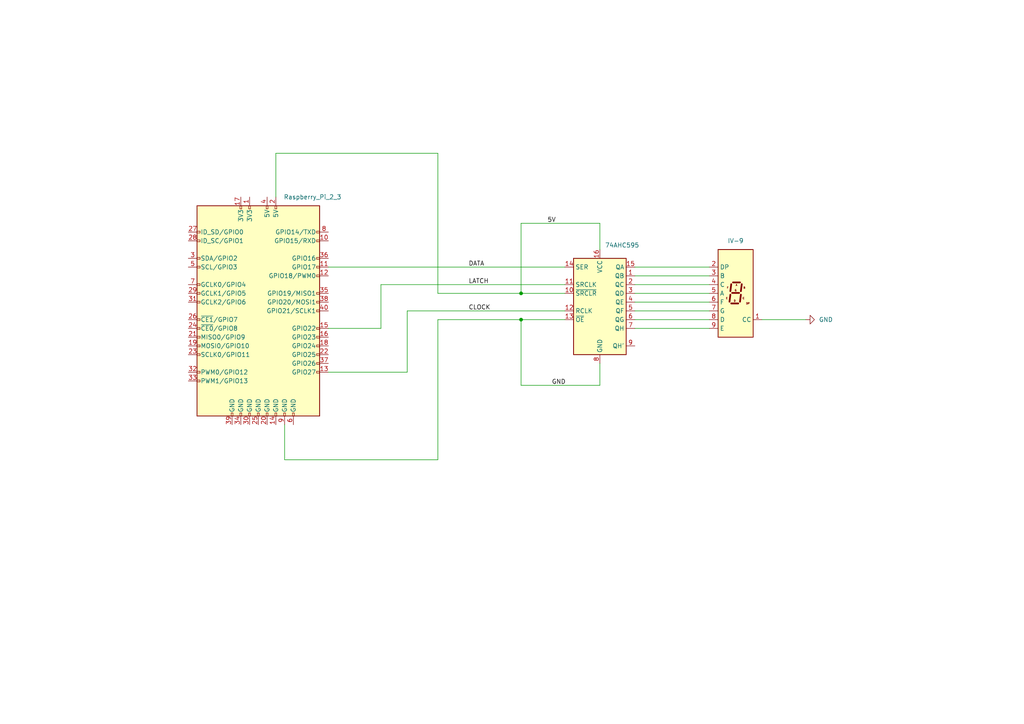
<source format=kicad_sch>
(kicad_sch (version 20230121) (generator eeschema)
  (paper "A4")
  (lib_symbols
    (symbol "74xx:74AHC595"
      (property "Reference" "U" (at -7.62 13.97 0))
      (property "Value" "74AHC595" (at -7.62 -16.51 0))
      (symbol "74AHC595_1_0"
        (pin tri_state line (at 10.16 7.62 180) (length 2.54) (name "QB") (number "1"))
        (pin input line (at -10.16 2.54 0) (length 2.54) (name "~{SRCLR}") (number "10"))
        (pin input line (at -10.16 5.08 0) (length 2.54) (name "SRCLK") (number "11"))
        (pin input line (at -10.16 -2.54 0) (length 2.54) (name "RCLK") (number "12"))
        (pin input line (at -10.16 -5.08 0) (length 2.54) (name "~{OE}") (number "13"))
        (pin input line (at -10.16 10.16 0) (length 2.54) (name "SER") (number "14"))
        (pin tri_state line (at 10.16 10.16 180) (length 2.54) (name "QA") (number "15"))
        (pin power_in line (at 0 15.24 270) (length 2.54) (name "VCC") (number "16"))
        (pin tri_state line (at 10.16 5.08 180) (length 2.54) (name "QC") (number "2"))
        (pin tri_state line (at 10.16 2.54 180) (length 2.54) (name "QD") (number "3"))
        (pin tri_state line (at 10.16 0 180) (length 2.54) (name "QE") (number "4"))
        (pin tri_state line (at 10.16 -2.54 180) (length 2.54) (name "QF") (number "5"))
        (pin tri_state line (at 10.16 -5.08 180) (length 2.54) (name "QG") (number "6"))
        (pin tri_state line (at 10.16 -7.62 180) (length 2.54) (name "QH") (number "7"))
        (pin power_in line (at 0 -17.78 90) (length 2.54) (name "GND") (number "8"))
        (pin output line (at 10.16 -12.7 180) (length 2.54) (name "QH'") (number "9"))
      )
      (symbol "74AHC595_1_1"
        (rectangle (start -7.62 12.7) (end 7.62 -15.24) (stroke (width 0.254)) (fill (type background)))
      )
    )
    (symbol "Connector:Raspberry_Pi_2_3" (pin_names (offset 1.016))
      (property "Reference" "J" (at -17.78 31.75 0))
      (property "Value" "Raspberry_Pi_2_3" (at 10.16 -31.75 0))
      (symbol "Raspberry_Pi_2_3_0_1"
        (rectangle (start -17.78 30.48) (end 17.78 -30.48) (stroke (width 0.254)) (fill (type background)))
      )
      (symbol "Raspberry_Pi_2_3_1_1"
        (rectangle (start -16.891 -17.526) (end -17.78 -18.034))
        (rectangle (start -16.891 -14.986) (end -17.78 -15.494))
        (rectangle (start -16.891 -12.446) (end -17.78 -12.954))
        (rectangle (start -16.891 -9.906) (end -17.78 -10.414))
        (rectangle (start -16.891 -7.366) (end -17.78 -7.874))
        (rectangle (start -16.891 -4.826) (end -17.78 -5.334))
        (rectangle (start -16.891 0.254) (end -17.78 -0.254))
        (rectangle (start -16.891 2.794) (end -17.78 2.286))
        (rectangle (start -16.891 5.334) (end -17.78 4.826))
        (rectangle (start -16.891 10.414) (end -17.78 9.906))
        (rectangle (start -16.891 12.954) (end -17.78 12.446))
        (rectangle (start -16.891 15.494) (end -17.78 14.986))
        (rectangle (start -16.891 20.574) (end -17.78 20.066))
        (rectangle (start -16.891 23.114) (end -17.78 22.606))
        (rectangle (start -10.414 -29.591) (end -9.906 -30.48))
        (rectangle (start -7.874 -29.591) (end -7.366 -30.48))
        (rectangle (start -5.334 -29.591) (end -4.826 -30.48))
        (rectangle (start -5.334 30.48) (end -4.826 29.591))
        (rectangle (start -2.794 -29.591) (end -2.286 -30.48))
        (rectangle (start -2.794 30.48) (end -2.286 29.591))
        (rectangle (start -0.254 -29.591) (end 0.254 -30.48))
        (rectangle (start 2.286 -29.591) (end 2.794 -30.48))
        (rectangle (start 2.286 30.48) (end 2.794 29.591))
        (rectangle (start 4.826 -29.591) (end 5.334 -30.48))
        (rectangle (start 4.826 30.48) (end 5.334 29.591))
        (rectangle (start 7.366 -29.591) (end 7.874 -30.48))
        (rectangle (start 17.78 -20.066) (end 16.891 -20.574))
        (rectangle (start 17.78 -17.526) (end 16.891 -18.034))
        (rectangle (start 17.78 -12.446) (end 16.891 -12.954))
        (rectangle (start 17.78 -9.906) (end 16.891 -10.414))
        (rectangle (start 17.78 -7.366) (end 16.891 -7.874))
        (rectangle (start 17.78 -4.826) (end 16.891 -5.334))
        (rectangle (start 17.78 -2.286) (end 16.891 -2.794))
        (rectangle (start 17.78 2.794) (end 16.891 2.286))
        (rectangle (start 17.78 5.334) (end 16.891 4.826))
        (rectangle (start 17.78 7.874) (end 16.891 7.366))
        (rectangle (start 17.78 12.954) (end 16.891 12.446))
        (rectangle (start 17.78 15.494) (end 16.891 14.986))
        (rectangle (start 17.78 20.574) (end 16.891 20.066))
        (rectangle (start 17.78 23.114) (end 16.891 22.606))
        (pin power_in line (at 2.54 33.02 270) (length 2.54) (name "3V3") (number "1"))
        (pin bidirectional line (at -20.32 20.32 0) (length 2.54) (name "GPIO15/RXD") (number "10"))
        (pin bidirectional line (at -20.32 12.7 0) (length 2.54) (name "GPIO17") (number "11"))
        (pin bidirectional line (at -20.32 10.16 0) (length 2.54) (name "GPIO18/PWM0") (number "12"))
        (pin bidirectional line (at -20.32 -17.78 0) (length 2.54) (name "GPIO27") (number "13"))
        (pin power_in line (at -5.08 -33.02 90) (length 2.54) (name "GND") (number "14"))
        (pin bidirectional line (at -20.32 -5.08 0) (length 2.54) (name "GPIO22") (number "15"))
        (pin bidirectional line (at -20.32 -7.62 0) (length 2.54) (name "GPIO23") (number "16"))
        (pin power_in line (at 5.08 33.02 270) (length 2.54) (name "3V3") (number "17"))
        (pin bidirectional line (at -20.32 -10.16 0) (length 2.54) (name "GPIO24") (number "18"))
        (pin bidirectional line (at 20.32 -10.16 180) (length 2.54) (name "MOSI0/GPIO10") (number "19"))
        (pin power_in line (at -5.08 33.02 270) (length 2.54) (name "5V") (number "2"))
        (pin power_in line (at -2.54 -33.02 90) (length 2.54) (name "GND") (number "20"))
        (pin bidirectional line (at 20.32 -7.62 180) (length 2.54) (name "MISO0/GPIO9") (number "21"))
        (pin bidirectional line (at -20.32 -12.7 0) (length 2.54) (name "GPIO25") (number "22"))
        (pin bidirectional line (at 20.32 -12.7 180) (length 2.54) (name "SCLK0/GPIO11") (number "23"))
        (pin bidirectional line (at 20.32 -5.08 180) (length 2.54) (name "~{CE0}/GPIO8") (number "24"))
        (pin power_in line (at 0 -33.02 90) (length 2.54) (name "GND") (number "25"))
        (pin bidirectional line (at 20.32 -2.54 180) (length 2.54) (name "~{CE1}/GPIO7") (number "26"))
        (pin bidirectional line (at 20.32 22.86 180) (length 2.54) (name "ID_SD/GPIO0") (number "27"))
        (pin bidirectional line (at 20.32 20.32 180) (length 2.54) (name "ID_SC/GPIO1") (number "28"))
        (pin bidirectional line (at 20.32 5.08 180) (length 2.54) (name "GCLK1/GPIO5") (number "29"))
        (pin bidirectional line (at 20.32 15.24 180) (length 2.54) (name "SDA/GPIO2") (number "3"))
        (pin power_in line (at 2.54 -33.02 90) (length 2.54) (name "GND") (number "30"))
        (pin bidirectional line (at 20.32 2.54 180) (length 2.54) (name "GCLK2/GPIO6") (number "31"))
        (pin bidirectional line (at 20.32 -17.78 180) (length 2.54) (name "PWM0/GPIO12") (number "32"))
        (pin bidirectional line (at 20.32 -20.32 180) (length 2.54) (name "PWM1/GPIO13") (number "33"))
        (pin power_in line (at 5.08 -33.02 90) (length 2.54) (name "GND") (number "34"))
        (pin bidirectional line (at -20.32 5.08 0) (length 2.54) (name "GPIO19/MISO1") (number "35"))
        (pin bidirectional line (at -20.32 15.24 0) (length 2.54) (name "GPIO16") (number "36"))
        (pin bidirectional line (at -20.32 -15.24 0) (length 2.54) (name "GPIO26") (number "37"))
        (pin bidirectional line (at -20.32 2.54 0) (length 2.54) (name "GPIO20/MOSI1") (number "38"))
        (pin power_in line (at 7.62 -33.02 90) (length 2.54) (name "GND") (number "39"))
        (pin power_in line (at -2.54 33.02 270) (length 2.54) (name "5V") (number "4"))
        (pin bidirectional line (at -20.32 0 0) (length 2.54) (name "GPIO21/SCLK1") (number "40"))
        (pin bidirectional line (at 20.32 12.7 180) (length 2.54) (name "SCL/GPIO3") (number "5"))
        (pin power_in line (at -10.16 -33.02 90) (length 2.54) (name "GND") (number "6"))
        (pin bidirectional line (at 20.32 7.62 180) (length 2.54) (name "GCLK0/GPIO4") (number "7"))
        (pin bidirectional line (at -20.32 22.86 0) (length 2.54) (name "GPIO14/TXD") (number "8"))
        (pin power_in line (at -7.62 -33.02 90) (length 2.54) (name "GND") (number "9"))
      )
    )
    (symbol "Display_Character:HDSP-A153"
      (property "Value" "IV-9" (at 0 15.24 0))
      (symbol "HDSP-A153_1_0"
        (text "A" (at 0.254 2.413 0) (effects (font (size 0.508 0.508))))
        (text "B" (at 2.54 1.651 0) (effects (font (size 0.508 0.508))))
        (text "C" (at 2.286 -1.397 0) (effects (font (size 0.508 0.508))))
        (text "D" (at -0.254 -2.159 0) (effects (font (size 0.508 0.508))))
        (text "DP" (at 3.556 -2.921 0) (effects (font (size 0.508 0.508))))
        (text "E" (at -2.54 -1.397 0) (effects (font (size 0.508 0.508))))
        (text "F" (at -2.286 1.651 0) (effects (font (size 0.508 0.508))))
        (text "G" (at 0 0.889 0) (effects (font (size 0.508 0.508))))
      )
      (symbol "HDSP-A153_1_1"
        (rectangle (start -5.08 12.7) (end 5.08 -12.7) (stroke (width 0.254)) (fill (type background)))
        (polyline (pts (xy -1.524 -0.381) (xy -1.778 -2.413)) (stroke (width 0.508)))
        (polyline (pts (xy -1.27 -2.921) (xy 0.762 -2.921)) (stroke (width 0.508)))
        (polyline (pts (xy -1.27 2.667) (xy -1.524 0.635)) (stroke (width 0.508)))
        (polyline (pts (xy -1.016 0.127) (xy 1.016 0.127)) (stroke (width 0.508)))
        (polyline (pts (xy -0.762 3.175) (xy 1.27 3.175)) (stroke (width 0.508)))
        (polyline (pts (xy 1.524 -0.381) (xy 1.27 -2.413)) (stroke (width 0.508)))
        (polyline (pts (xy 1.778 2.667) (xy 1.524 0.635)) (stroke (width 0.508)))
        (polyline (pts (xy 2.54 -2.921) (xy 2.54 -2.921)) (stroke (width 0.508)))
        (pin input line (at 7.62 -7.62 180) (length 2.54) (name "CC") (number "1"))
        (pin input line (at -7.62 7.62 0) (length 2.54) (name "DP") (number "2"))
        (pin input line (at -7.62 5.08 0) (length 2.54) (name "B") (number "3"))
        (pin input line (at -7.62 2.54 0) (length 2.54) (name "C") (number "4"))
        (pin input line (at -7.62 0 0) (length 2.54) (name "A") (number "5"))
        (pin input line (at -7.62 -2.54 0) (length 2.54) (name "F") (number "6"))
        (pin input line (at -7.62 -5.08 0) (length 2.54) (name "G") (number "7"))
        (pin input line (at -7.62 -7.62 0) (length 2.54) (name "D") (number "8"))
        (pin input line (at -7.62 -10.16 0) (length 2.54) (name "E") (number "9"))
      )
    )
    (symbol "power:GND" (power) (pin_names (offset 0))
      (property "Value" "GND" (at 0 -3.81 0))
      (symbol "GND_0_1"
        (polyline (pts (xy 0 0) (xy 0 -1.27) (xy 1.27 -1.27) (xy 0 -2.54) (xy -1.27 -1.27) (xy 0 -1.27)))
      )
      (symbol "GND_1_1"
        (pin power_in line (at 0 0 270) (length 0) hide (name "GND") (number "1"))
      )
    )
  )
  (junction (at 151.13 85.09))
  (junction (at 151.13 92.71))
  (wire (pts (xy 173.99 72.39) (xy 173.99 64.77)))
  (wire (pts (xy 173.99 111.76) (xy 151.13 111.76)))
  (wire (pts (xy 184.15 85.09) (xy 205.74 85.09)))
  (wire (pts (xy 127 85.09) (xy 127 44.45)))
  (wire (pts (xy 184.15 87.63) (xy 205.74 87.63)))
  (wire (pts (xy 95.25 107.95) (xy 118.11 107.95)))
  (wire (pts (xy 118.11 107.95) (xy 118.11 90.17)))
  (wire (pts (xy 127 85.09) (xy 151.13 85.09)))
  (wire (pts (xy 151.13 85.09) (xy 163.83 85.09)))
  (wire (pts (xy 184.15 80.01) (xy 205.74 80.01)))
  (wire (pts (xy 110.49 82.55) (xy 163.83 82.55)))
  (wire (pts (xy 184.15 92.71) (xy 205.74 92.71)))
  (wire (pts (xy 184.15 82.55) (xy 205.74 82.55)))
  (wire (pts (xy 151.13 92.71) (xy 163.83 92.71)))
  (wire (pts (xy 127 92.71) (xy 127 133.35)))
  (wire (pts (xy 127 92.71) (xy 151.13 92.71)))
  (wire (pts (xy 184.15 77.47) (xy 205.74 77.47)))
  (wire (pts (xy 80.01 44.45) (xy 80.01 57.15)))
  (wire (pts (xy 184.15 90.17) (xy 205.74 90.17)))
  (wire (pts (xy 82.55 123.19) (xy 82.55 133.35)))
  (wire (pts (xy 173.99 111.76) (xy 173.99 105.41)))
  (wire (pts (xy 80.01 44.45) (xy 127 44.45)))
  (wire (pts (xy 173.99 64.77) (xy 151.13 64.77)))
  (wire (pts (xy 151.13 64.77) (xy 151.13 85.09)))
  (wire (pts (xy 151.13 111.76) (xy 151.13 92.71)))
  (wire (pts (xy 220.98 92.71) (xy 233.68 92.71)))
  (wire (pts (xy 110.49 82.55) (xy 110.49 95.25)))
  (wire (pts (xy 95.25 77.47) (xy 163.83 77.47)))
  (wire (pts (xy 110.49 95.25) (xy 95.25 95.25)))
  (wire (pts (xy 163.83 90.17) (xy 118.11 90.17)))
  (wire (pts (xy 184.15 95.25) (xy 205.74 95.25)))
  (wire (pts (xy 127 133.35) (xy 82.55 133.35)))
  (label "CLOCK" (at 135.89 90.17 0))
  (label "5V" (at 158.75 64.77 0))
  (label "DATA" (at 135.89 77.47 0))
  (label "LATCH" (at 135.89 82.55 0))
  (label "GND" (at 160.02 111.76 0))
  (symbol (lib_id "74xx:74AHC595") (at 173.99 87.63 0) (unit 1)
    (property "Reference" "U1" (effects hide))
    (property "Value" "74AHC595" (at 185.42 71.12 0) (effects (justify right)))
    (property "Footprint" "Package_DIP:DIP-16_W7.62mm" (effects hide))
    (property "Datasheet" "https://assets.nexperia.com/documents/data-sheet/74AHC_AHCT595.pdf" (effects hide))
  )
  (symbol (lib_id "Connector:Raspberry_Pi_2_3") (at 74.93 90.17 0) (mirror y) (unit 1)
    (property "Reference" "J1" (effects hide))
    (property "Value" "Raspberry_Pi_2_3" (at 99.06 57.15 0) (effects (justify left)))
    (property "Datasheet" "https://www.raspberrypi.org/documentation/hardware/raspberrypi/schematics/rpi_SCH_3bplus_1p0_reduced.pdf" (effects hide))
  )
  (symbol (lib_id "Display_Character:HDSP-A153") (at 213.36 85.09 0) (unit 1)
    (property "Reference" "U2" (effects hide))
    (property "Value" "IV-9" (at 213.36 69.85 0))
    (property "Footprint" "Display_7Segment:HDSP-A151" (effects hide))
    (property "Datasheet" "https://docs.broadcom.com/docs/AV02-2553EN" (effects hide))
  )
  (symbol (lib_id "power:GND") (at 233.68 92.71 90) (mirror x) (unit 1)
    (property "Reference" "#PWR05" (effects hide))
    (property "Value" "GND" (at 237.49 92.71 90) (effects (justify right)))
  )
)
</source>
